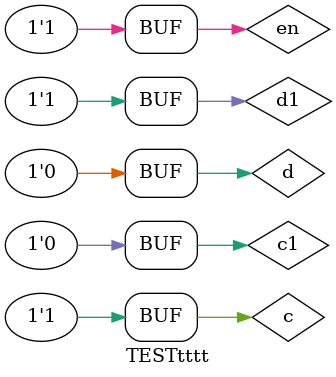
<source format=v>
`timescale 1ns / 1ps


module TESTtttt;

	// Inputs
	reg I0;
	reg I1;
	reg I2;
	reg I3;
	reg en;

	// Outputs
	wire D0;
	wire D1;
	wire D2;
	wire D3;
	wire D4;
	wire D5;
	wire D6;
	wire D7;
	wire D8;
	wire D9;
	wire D10;
	wire D11;
	wire D12;
	wire D13;
	wire D14;
	wire D15;

	// Instantiate the Unit Under Test (UUT)
	decoder4X16 uut (
		.I0(I0), 
		.I1(I1), 
		.I2(I2), 
		.I3(I3), 
		.D0(D0), 
		.D1(D1), 
		.D2(D2), 
		.D3(D3), 
		.D4(D4), 
		.D5(D5), 
		.D6(D6), 
		.D7(D7), 
		.D8(D8), 
		.D9(D9), 
		.D10(D10), 
		.D11(D11), 
		.D12(D12), 
		.D13(D13), 
		.D14(D14), 
		.D15(D15), 
		.en(en)
	);

	initial begin
		// Initialize Inputs
		c = 0;
		c1 = 0;
		d = 0;
		d1 = 0;
		en = 0;

		// Wait 100 ns for global reset to finish
		#100;
		
		c = 1;
		c1 = 0;
		d = 1;
		d1 = 0;
		en = 1;

		// Wait 100 ns for global reset to finish
		#100;
		
		c = 1;
		c1 = 1;
		d = 0;
		d1 = 0;
		en =1;

		// Wait 100 ns for global reset to finish
		#100;
		
		c = 0;
		c1 = 0;
		d = 1;
		d1 = 1;
				en =1;


		// Wait 100 ns for global reset to finish
		#100;
		
		c = 1;
		c1 = 0;
		d = 0;
		d1 = 1;
				en =1;


		// Wait 100 ns for global reset to finish
		#100;
        
		// Add stimulus here

	end
      
endmodule


</source>
